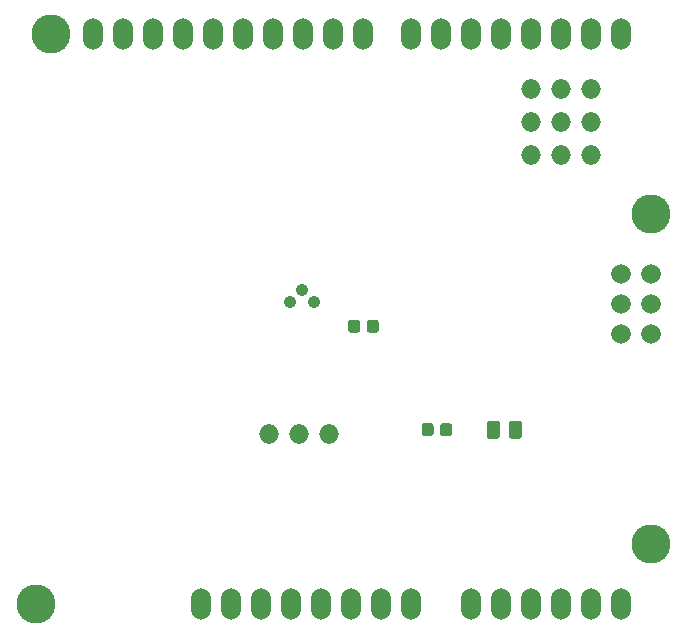
<source format=gbs>
G04 #@! TF.GenerationSoftware,KiCad,Pcbnew,(5.1.5)-2*
G04 #@! TF.CreationDate,2020-04-29T22:29:48+05:00*
G04 #@! TF.ProjectId,interferometer,696e7465-7266-4657-926f-6d657465722e,1*
G04 #@! TF.SameCoordinates,Original*
G04 #@! TF.FileFunction,Soldermask,Bot*
G04 #@! TF.FilePolarity,Negative*
%FSLAX46Y46*%
G04 Gerber Fmt 4.6, Leading zero omitted, Abs format (unit mm)*
G04 Created by KiCad (PCBNEW (5.1.5)-2) date 2020-04-29 22:29:48*
%MOMM*%
%LPD*%
G04 APERTURE LIST*
%ADD10C,1.664000*%
%ADD11O,1.664000X2.680000*%
%ADD12C,3.315000*%
%ADD13C,0.100000*%
%ADD14C,1.040000*%
%ADD15O,1.664000X1.664000*%
G04 APERTURE END LIST*
D10*
X182206173Y-99230349D03*
X179666173Y-99230349D03*
X182206173Y-96690349D03*
X179666173Y-96690349D03*
X182206173Y-94150349D03*
X179666173Y-94150349D03*
D11*
X144106173Y-122090349D03*
X146646173Y-122090349D03*
X134962173Y-73830349D03*
X137502173Y-73830349D03*
D12*
X130136173Y-122090349D03*
X131406173Y-73830349D03*
X182206173Y-89070349D03*
X182206173Y-117010349D03*
D11*
X154266173Y-122090349D03*
X140042173Y-73830349D03*
X142582173Y-73830349D03*
X145122173Y-73830349D03*
X147662173Y-73830349D03*
X150202173Y-73830349D03*
X152742173Y-73830349D03*
X155282173Y-73830349D03*
X157822173Y-73830349D03*
X161886173Y-73830349D03*
X164426173Y-73830349D03*
X166966173Y-73830349D03*
X169506173Y-73830349D03*
X172046173Y-73830349D03*
X174586173Y-73830349D03*
X177126173Y-73830349D03*
X179666173Y-73830349D03*
X149186173Y-122090349D03*
X151726173Y-122090349D03*
X156806173Y-122090349D03*
X159346173Y-122090349D03*
X161886173Y-122090349D03*
X172046173Y-122090349D03*
X169506173Y-122090349D03*
X166966173Y-122090349D03*
X174586173Y-122090349D03*
X177126173Y-122090349D03*
X179666173Y-122090349D03*
D13*
G36*
X157352122Y-98008222D02*
G01*
X157376754Y-98011876D01*
X157400910Y-98017926D01*
X157424356Y-98026316D01*
X157446867Y-98036962D01*
X157468226Y-98049765D01*
X157488227Y-98064599D01*
X157506678Y-98081322D01*
X157523401Y-98099773D01*
X157538235Y-98119774D01*
X157551038Y-98141133D01*
X157561684Y-98163644D01*
X157570074Y-98187090D01*
X157576124Y-98211246D01*
X157579778Y-98235878D01*
X157581000Y-98260750D01*
X157581000Y-98843250D01*
X157579778Y-98868122D01*
X157576124Y-98892754D01*
X157570074Y-98916910D01*
X157561684Y-98940356D01*
X157551038Y-98962867D01*
X157538235Y-98984226D01*
X157523401Y-99004227D01*
X157506678Y-99022678D01*
X157488227Y-99039401D01*
X157468226Y-99054235D01*
X157446867Y-99067038D01*
X157424356Y-99077684D01*
X157400910Y-99086074D01*
X157376754Y-99092124D01*
X157352122Y-99095778D01*
X157327250Y-99097000D01*
X156819750Y-99097000D01*
X156794878Y-99095778D01*
X156770246Y-99092124D01*
X156746090Y-99086074D01*
X156722644Y-99077684D01*
X156700133Y-99067038D01*
X156678774Y-99054235D01*
X156658773Y-99039401D01*
X156640322Y-99022678D01*
X156623599Y-99004227D01*
X156608765Y-98984226D01*
X156595962Y-98962867D01*
X156585316Y-98940356D01*
X156576926Y-98916910D01*
X156570876Y-98892754D01*
X156567222Y-98868122D01*
X156566000Y-98843250D01*
X156566000Y-98260750D01*
X156567222Y-98235878D01*
X156570876Y-98211246D01*
X156576926Y-98187090D01*
X156585316Y-98163644D01*
X156595962Y-98141133D01*
X156608765Y-98119774D01*
X156623599Y-98099773D01*
X156640322Y-98081322D01*
X156658773Y-98064599D01*
X156678774Y-98049765D01*
X156700133Y-98036962D01*
X156722644Y-98026316D01*
X156746090Y-98017926D01*
X156770246Y-98011876D01*
X156794878Y-98008222D01*
X156819750Y-98007000D01*
X157327250Y-98007000D01*
X157352122Y-98008222D01*
G37*
G36*
X158927122Y-98008222D02*
G01*
X158951754Y-98011876D01*
X158975910Y-98017926D01*
X158999356Y-98026316D01*
X159021867Y-98036962D01*
X159043226Y-98049765D01*
X159063227Y-98064599D01*
X159081678Y-98081322D01*
X159098401Y-98099773D01*
X159113235Y-98119774D01*
X159126038Y-98141133D01*
X159136684Y-98163644D01*
X159145074Y-98187090D01*
X159151124Y-98211246D01*
X159154778Y-98235878D01*
X159156000Y-98260750D01*
X159156000Y-98843250D01*
X159154778Y-98868122D01*
X159151124Y-98892754D01*
X159145074Y-98916910D01*
X159136684Y-98940356D01*
X159126038Y-98962867D01*
X159113235Y-98984226D01*
X159098401Y-99004227D01*
X159081678Y-99022678D01*
X159063227Y-99039401D01*
X159043226Y-99054235D01*
X159021867Y-99067038D01*
X158999356Y-99077684D01*
X158975910Y-99086074D01*
X158951754Y-99092124D01*
X158927122Y-99095778D01*
X158902250Y-99097000D01*
X158394750Y-99097000D01*
X158369878Y-99095778D01*
X158345246Y-99092124D01*
X158321090Y-99086074D01*
X158297644Y-99077684D01*
X158275133Y-99067038D01*
X158253774Y-99054235D01*
X158233773Y-99039401D01*
X158215322Y-99022678D01*
X158198599Y-99004227D01*
X158183765Y-98984226D01*
X158170962Y-98962867D01*
X158160316Y-98940356D01*
X158151926Y-98916910D01*
X158145876Y-98892754D01*
X158142222Y-98868122D01*
X158141000Y-98843250D01*
X158141000Y-98260750D01*
X158142222Y-98235878D01*
X158145876Y-98211246D01*
X158151926Y-98187090D01*
X158160316Y-98163644D01*
X158170962Y-98141133D01*
X158183765Y-98119774D01*
X158198599Y-98099773D01*
X158215322Y-98081322D01*
X158233773Y-98064599D01*
X158253774Y-98049765D01*
X158275133Y-98036962D01*
X158297644Y-98026316D01*
X158321090Y-98017926D01*
X158345246Y-98011876D01*
X158369878Y-98008222D01*
X158394750Y-98007000D01*
X158902250Y-98007000D01*
X158927122Y-98008222D01*
G37*
G36*
X163575122Y-106771222D02*
G01*
X163599754Y-106774876D01*
X163623910Y-106780926D01*
X163647356Y-106789316D01*
X163669867Y-106799962D01*
X163691226Y-106812765D01*
X163711227Y-106827599D01*
X163729678Y-106844322D01*
X163746401Y-106862773D01*
X163761235Y-106882774D01*
X163774038Y-106904133D01*
X163784684Y-106926644D01*
X163793074Y-106950090D01*
X163799124Y-106974246D01*
X163802778Y-106998878D01*
X163804000Y-107023750D01*
X163804000Y-107606250D01*
X163802778Y-107631122D01*
X163799124Y-107655754D01*
X163793074Y-107679910D01*
X163784684Y-107703356D01*
X163774038Y-107725867D01*
X163761235Y-107747226D01*
X163746401Y-107767227D01*
X163729678Y-107785678D01*
X163711227Y-107802401D01*
X163691226Y-107817235D01*
X163669867Y-107830038D01*
X163647356Y-107840684D01*
X163623910Y-107849074D01*
X163599754Y-107855124D01*
X163575122Y-107858778D01*
X163550250Y-107860000D01*
X163042750Y-107860000D01*
X163017878Y-107858778D01*
X162993246Y-107855124D01*
X162969090Y-107849074D01*
X162945644Y-107840684D01*
X162923133Y-107830038D01*
X162901774Y-107817235D01*
X162881773Y-107802401D01*
X162863322Y-107785678D01*
X162846599Y-107767227D01*
X162831765Y-107747226D01*
X162818962Y-107725867D01*
X162808316Y-107703356D01*
X162799926Y-107679910D01*
X162793876Y-107655754D01*
X162790222Y-107631122D01*
X162789000Y-107606250D01*
X162789000Y-107023750D01*
X162790222Y-106998878D01*
X162793876Y-106974246D01*
X162799926Y-106950090D01*
X162808316Y-106926644D01*
X162818962Y-106904133D01*
X162831765Y-106882774D01*
X162846599Y-106862773D01*
X162863322Y-106844322D01*
X162881773Y-106827599D01*
X162901774Y-106812765D01*
X162923133Y-106799962D01*
X162945644Y-106789316D01*
X162969090Y-106780926D01*
X162993246Y-106774876D01*
X163017878Y-106771222D01*
X163042750Y-106770000D01*
X163550250Y-106770000D01*
X163575122Y-106771222D01*
G37*
G36*
X165150122Y-106771222D02*
G01*
X165174754Y-106774876D01*
X165198910Y-106780926D01*
X165222356Y-106789316D01*
X165244867Y-106799962D01*
X165266226Y-106812765D01*
X165286227Y-106827599D01*
X165304678Y-106844322D01*
X165321401Y-106862773D01*
X165336235Y-106882774D01*
X165349038Y-106904133D01*
X165359684Y-106926644D01*
X165368074Y-106950090D01*
X165374124Y-106974246D01*
X165377778Y-106998878D01*
X165379000Y-107023750D01*
X165379000Y-107606250D01*
X165377778Y-107631122D01*
X165374124Y-107655754D01*
X165368074Y-107679910D01*
X165359684Y-107703356D01*
X165349038Y-107725867D01*
X165336235Y-107747226D01*
X165321401Y-107767227D01*
X165304678Y-107785678D01*
X165286227Y-107802401D01*
X165266226Y-107817235D01*
X165244867Y-107830038D01*
X165222356Y-107840684D01*
X165198910Y-107849074D01*
X165174754Y-107855124D01*
X165150122Y-107858778D01*
X165125250Y-107860000D01*
X164617750Y-107860000D01*
X164592878Y-107858778D01*
X164568246Y-107855124D01*
X164544090Y-107849074D01*
X164520644Y-107840684D01*
X164498133Y-107830038D01*
X164476774Y-107817235D01*
X164456773Y-107802401D01*
X164438322Y-107785678D01*
X164421599Y-107767227D01*
X164406765Y-107747226D01*
X164393962Y-107725867D01*
X164383316Y-107703356D01*
X164374926Y-107679910D01*
X164368876Y-107655754D01*
X164365222Y-107631122D01*
X164364000Y-107606250D01*
X164364000Y-107023750D01*
X164365222Y-106998878D01*
X164368876Y-106974246D01*
X164374926Y-106950090D01*
X164383316Y-106926644D01*
X164393962Y-106904133D01*
X164406765Y-106882774D01*
X164421599Y-106862773D01*
X164438322Y-106844322D01*
X164456773Y-106827599D01*
X164476774Y-106812765D01*
X164498133Y-106799962D01*
X164520644Y-106789316D01*
X164544090Y-106780926D01*
X164568246Y-106774876D01*
X164592878Y-106771222D01*
X164617750Y-106770000D01*
X165125250Y-106770000D01*
X165150122Y-106771222D01*
G37*
G36*
X171042572Y-106546342D02*
G01*
X171069631Y-106550356D01*
X171096167Y-106557003D01*
X171121923Y-106566219D01*
X171146652Y-106577914D01*
X171170115Y-106591978D01*
X171192087Y-106608273D01*
X171212356Y-106626644D01*
X171230727Y-106646913D01*
X171247022Y-106668885D01*
X171261086Y-106692348D01*
X171272781Y-106717077D01*
X171281997Y-106742833D01*
X171288644Y-106769369D01*
X171292658Y-106796428D01*
X171294000Y-106823750D01*
X171294000Y-107806250D01*
X171292658Y-107833572D01*
X171288644Y-107860631D01*
X171281997Y-107887167D01*
X171272781Y-107912923D01*
X171261086Y-107937652D01*
X171247022Y-107961115D01*
X171230727Y-107983087D01*
X171212356Y-108003356D01*
X171192087Y-108021727D01*
X171170115Y-108038022D01*
X171146652Y-108052086D01*
X171121923Y-108063781D01*
X171096167Y-108072997D01*
X171069631Y-108079644D01*
X171042572Y-108083658D01*
X171015250Y-108085000D01*
X170457750Y-108085000D01*
X170430428Y-108083658D01*
X170403369Y-108079644D01*
X170376833Y-108072997D01*
X170351077Y-108063781D01*
X170326348Y-108052086D01*
X170302885Y-108038022D01*
X170280913Y-108021727D01*
X170260644Y-108003356D01*
X170242273Y-107983087D01*
X170225978Y-107961115D01*
X170211914Y-107937652D01*
X170200219Y-107912923D01*
X170191003Y-107887167D01*
X170184356Y-107860631D01*
X170180342Y-107833572D01*
X170179000Y-107806250D01*
X170179000Y-106823750D01*
X170180342Y-106796428D01*
X170184356Y-106769369D01*
X170191003Y-106742833D01*
X170200219Y-106717077D01*
X170211914Y-106692348D01*
X170225978Y-106668885D01*
X170242273Y-106646913D01*
X170260644Y-106626644D01*
X170280913Y-106608273D01*
X170302885Y-106591978D01*
X170326348Y-106577914D01*
X170351077Y-106566219D01*
X170376833Y-106557003D01*
X170403369Y-106550356D01*
X170430428Y-106546342D01*
X170457750Y-106545000D01*
X171015250Y-106545000D01*
X171042572Y-106546342D01*
G37*
G36*
X169167572Y-106546342D02*
G01*
X169194631Y-106550356D01*
X169221167Y-106557003D01*
X169246923Y-106566219D01*
X169271652Y-106577914D01*
X169295115Y-106591978D01*
X169317087Y-106608273D01*
X169337356Y-106626644D01*
X169355727Y-106646913D01*
X169372022Y-106668885D01*
X169386086Y-106692348D01*
X169397781Y-106717077D01*
X169406997Y-106742833D01*
X169413644Y-106769369D01*
X169417658Y-106796428D01*
X169419000Y-106823750D01*
X169419000Y-107806250D01*
X169417658Y-107833572D01*
X169413644Y-107860631D01*
X169406997Y-107887167D01*
X169397781Y-107912923D01*
X169386086Y-107937652D01*
X169372022Y-107961115D01*
X169355727Y-107983087D01*
X169337356Y-108003356D01*
X169317087Y-108021727D01*
X169295115Y-108038022D01*
X169271652Y-108052086D01*
X169246923Y-108063781D01*
X169221167Y-108072997D01*
X169194631Y-108079644D01*
X169167572Y-108083658D01*
X169140250Y-108085000D01*
X168582750Y-108085000D01*
X168555428Y-108083658D01*
X168528369Y-108079644D01*
X168501833Y-108072997D01*
X168476077Y-108063781D01*
X168451348Y-108052086D01*
X168427885Y-108038022D01*
X168405913Y-108021727D01*
X168385644Y-108003356D01*
X168367273Y-107983087D01*
X168350978Y-107961115D01*
X168336914Y-107937652D01*
X168325219Y-107912923D01*
X168316003Y-107887167D01*
X168309356Y-107860631D01*
X168305342Y-107833572D01*
X168304000Y-107806250D01*
X168304000Y-106823750D01*
X168305342Y-106796428D01*
X168309356Y-106769369D01*
X168316003Y-106742833D01*
X168325219Y-106717077D01*
X168336914Y-106692348D01*
X168350978Y-106668885D01*
X168367273Y-106646913D01*
X168385644Y-106626644D01*
X168405913Y-106608273D01*
X168427885Y-106591978D01*
X168451348Y-106577914D01*
X168476077Y-106566219D01*
X168501833Y-106557003D01*
X168528369Y-106550356D01*
X168555428Y-106546342D01*
X168582750Y-106545000D01*
X169140250Y-106545000D01*
X169167572Y-106546342D01*
G37*
D14*
X153638000Y-96520000D03*
X151638000Y-96520000D03*
X152638000Y-95520000D03*
D15*
X172085000Y-81280000D03*
X174625000Y-81280000D03*
X177165000Y-81280000D03*
X172085000Y-78486000D03*
X174625000Y-78486000D03*
X177165000Y-78486000D03*
X149860000Y-107696000D03*
X152400000Y-107696000D03*
X154940000Y-107696000D03*
X172085000Y-84074000D03*
X174625000Y-84074000D03*
X177165000Y-84074000D03*
M02*

</source>
